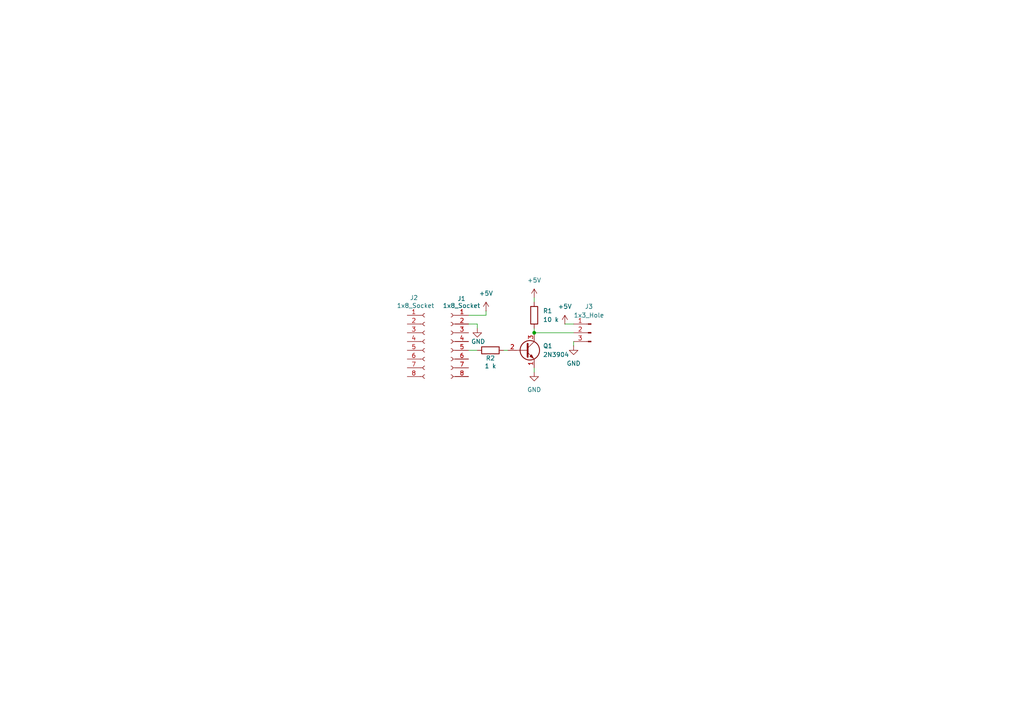
<source format=kicad_sch>
(kicad_sch (version 20250114) (generator "eeschema") (generator_version "9.0")
  (paper "A4")
  (lib_symbols
    (symbol "Connector:Conn_01x03_Pin" (pin_names (offset 1.016) (hide yes))
      (property "Reference" "J" (at 0 5.08 0))
      (property "Value" "Conn_01x03_Pin" (at 0 -5.08 0))
      (symbol "Conn_01x03_Pin_1_1"
        (rectangle (start 0.8636 2.667) (end 0 2.413) (stroke (width 0.1524)) (fill (type outline)))
        (rectangle (start 0.8636 0.127) (end 0 -0.127) (stroke (width 0.1524)) (fill (type outline)))
        (rectangle (start 0.8636 -2.413) (end 0 -2.667) (stroke (width 0.1524)) (fill (type outline)))
        (polyline (pts (xy 1.27 2.54) (xy 0.8636 2.54)) (stroke (width 0.1524)))
        (polyline (pts (xy 1.27 0) (xy 0.8636 0)) (stroke (width 0.1524)))
        (polyline (pts (xy 1.27 -2.54) (xy 0.8636 -2.54)) (stroke (width 0.1524)))
        (pin passive line (at 5.08 2.54 180) (length 3.81) (name "Pin_1") (number "1"))
        (pin passive line (at 5.08 0 180) (length 3.81) (name "Pin_2") (number "2"))
        (pin passive line (at 5.08 -2.54 180) (length 3.81) (name "Pin_3") (number "3"))
      )
    )
    (symbol "Connector:Conn_01x08_Socket" (pin_names (offset 1.016) (hide yes))
      (property "Reference" "J" (at 0 10.16 0))
      (property "Value" "Conn_01x08_Socket" (at 0 -12.7 0))
      (symbol "Conn_01x08_Socket_1_1"
        (polyline (pts (xy -1.27 7.62) (xy -0.508 7.62)) (stroke (width 0.1524)))
        (polyline (pts (xy -1.27 5.08) (xy -0.508 5.08)) (stroke (width 0.1524)))
        (polyline (pts (xy -1.27 2.54) (xy -0.508 2.54)) (stroke (width 0.1524)))
        (polyline (pts (xy -1.27 0) (xy -0.508 0)) (stroke (width 0.1524)))
        (polyline (pts (xy -1.27 -2.54) (xy -0.508 -2.54)) (stroke (width 0.1524)))
        (polyline (pts (xy -1.27 -5.08) (xy -0.508 -5.08)) (stroke (width 0.1524)))
        (polyline (pts (xy -1.27 -7.62) (xy -0.508 -7.62)) (stroke (width 0.1524)))
        (polyline (pts (xy -1.27 -10.16) (xy -0.508 -10.16)) (stroke (width 0.1524)))
        (arc (start 0 7.112) (mid -0.5058 7.62) (end 0 8.128) (stroke (width 0.1524)))
        (arc (start 0 4.572) (mid -0.5058 5.08) (end 0 5.588) (stroke (width 0.1524)))
        (arc (start 0 2.032) (mid -0.5058 2.54) (end 0 3.048) (stroke (width 0.1524)))
        (arc (start 0 -0.508) (mid -0.5058 0) (end 0 0.508) (stroke (width 0.1524)))
        (arc (start 0 -3.048) (mid -0.5058 -2.54) (end 0 -2.032) (stroke (width 0.1524)))
        (arc (start 0 -5.588) (mid -0.5058 -5.08) (end 0 -4.572) (stroke (width 0.1524)))
        (arc (start 0 -8.128) (mid -0.5058 -7.62) (end 0 -7.112) (stroke (width 0.1524)))
        (arc (start 0 -10.668) (mid -0.5058 -10.16) (end 0 -9.652) (stroke (width 0.1524)))
        (pin passive line (at -5.08 7.62 0) (length 3.81) (name "Pin_1") (number "1"))
        (pin passive line (at -5.08 5.08 0) (length 3.81) (name "Pin_2") (number "2"))
        (pin passive line (at -5.08 2.54 0) (length 3.81) (name "Pin_3") (number "3"))
        (pin passive line (at -5.08 0 0) (length 3.81) (name "Pin_4") (number "4"))
        (pin passive line (at -5.08 -2.54 0) (length 3.81) (name "Pin_5") (number "5"))
        (pin passive line (at -5.08 -5.08 0) (length 3.81) (name "Pin_6") (number "6"))
        (pin passive line (at -5.08 -7.62 0) (length 3.81) (name "Pin_7") (number "7"))
        (pin passive line (at -5.08 -10.16 0) (length 3.81) (name "Pin_8") (number "8"))
      )
    )
    (symbol "Device:R" (pin_numbers (hide yes)) (pin_names (offset 0))
      (property "Reference" "R" (at 2.032 0 90))
      (property "Value" "R" (at 0 0 90))
      (symbol "R_0_1"
        (rectangle (start -1.016 -2.54) (end 1.016 2.54) (stroke (width 0.254)))
      )
      (symbol "R_1_1"
        (pin passive line (at 0 3.81 270) (length 1.27) (name "~") (number "1"))
        (pin passive line (at 0 -3.81 90) (length 1.27) (name "~") (number "2"))
      )
    )
    (symbol "Transistor_BJT:2N3904" (pin_names (offset 0) (hide yes))
      (property "Reference" "Q" (at 5.08 1.905 0))
      (property "Value" "2N3904" (at 5.08 0 0))
      (symbol "2N3904_0_1"
        (polyline (pts (xy -2.54 0) (xy 0.635 0)))
        (polyline (pts (xy 0.635 1.905) (xy 0.635 -1.905)) (stroke (width 0.508)))
        (circle (center 1.27 0) (radius 2.8194) (stroke (width 0.254)))
      )
      (symbol "2N3904_1_1"
        (polyline (pts (xy 0.635 0.635) (xy 2.54 2.54)))
        (polyline (pts (xy 0.635 -0.635) (xy 2.54 -2.54)))
        (polyline (pts (xy 1.27 -1.778) (xy 1.778 -1.27) (xy 2.286 -2.286) (xy 1.27 -1.778)) (fill (type outline)))
        (pin input line (at -5.08 0 0) (length 2.54) (name "B") (number "2"))
        (pin passive line (at 2.54 5.08 270) (length 2.54) (name "C") (number "3"))
        (pin passive line (at 2.54 -5.08 90) (length 2.54) (name "E") (number "1"))
      )
    )
    (symbol "power:+5V" (power) (pin_numbers (hide yes)) (pin_names (offset 0) (hide yes))
      (property "Value" "+5V" (at 0 3.556 0))
      (symbol "+5V_0_1"
        (polyline (pts (xy -0.762 1.27) (xy 0 2.54)))
        (polyline (pts (xy 0 2.54) (xy 0.762 1.27)))
        (polyline (pts (xy 0 0) (xy 0 2.54)))
      )
      (symbol "+5V_1_1"
        (pin power_in line (at 0 0 90) (length 0) (name "~") (number "1"))
      )
    )
    (symbol "power:GND" (power) (pin_numbers (hide yes)) (pin_names (offset 0) (hide yes))
      (property "Value" "GND" (at 0 -3.81 0))
      (symbol "GND_0_1"
        (polyline (pts (xy 0 0) (xy 0 -1.27) (xy 1.27 -1.27) (xy 0 -2.54) (xy -1.27 -1.27) (xy 0 -1.27)))
      )
      (symbol "GND_1_1"
        (pin power_in line (at 0 0 270) (length 0) (name "~") (number "1"))
      )
    )
  )
  (junction (at 154.94 96.52))
  (wire (pts (xy 135.89 93.98) (xy 138.43 93.98)))
  (wire (pts (xy 138.43 93.98) (xy 138.43 95.25)))
  (wire (pts (xy 154.94 96.52) (xy 166.37 96.52)))
  (wire (pts (xy 140.97 91.44) (xy 135.89 91.44)))
  (wire (pts (xy 146.05 101.6) (xy 147.32 101.6)))
  (wire (pts (xy 154.94 95.25) (xy 154.94 96.52)))
  (wire (pts (xy 135.89 101.6) (xy 138.43 101.6)))
  (wire (pts (xy 140.97 90.17) (xy 140.97 91.44)))
  (wire (pts (xy 166.37 99.06) (xy 166.37 100.33)))
  (wire (pts (xy 154.94 106.68) (xy 154.94 107.95)))
  (wire (pts (xy 154.94 86.36) (xy 154.94 87.63)))
  (wire (pts (xy 163.83 93.98) (xy 166.37 93.98)))
  (symbol (lib_id "Transistor_BJT:2N3904") (at 152.4 101.6 0) (unit 1)
    (property "Reference" "Q1" (at 157.48 100.3299 0) (effects (justify left)))
    (property "Value" "2N3904" (at 157.48 102.8699 0) (effects (justify left)))
    (property "Footprint" "Connector_PinHeader_2.54mm:PinHeader_1x03_P2.54mm_Vertical" (effects (hide yes)))
    (property "Datasheet" "https://www.onsemi.com/pub/Collateral/2N3903-D.PDF" (effects (hide yes)))
    (property "Description" "0.2A Ic, 40V Vce, Small Signal NPN Transistor, TO-92" (effects (hide yes)))
  )
  (symbol (lib_id "Connector:Conn_01x08_Socket") (at 130.81 99.06 0) (mirror y) (unit 1)
    (property "Reference" "J1" (at 133.858 86.614 0))
    (property "Value" "1x8_Socket" (at 133.858 88.646 0))
    (property "Footprint" "Connector_PinSocket_2.54mm:PinSocket_1x08_P2.54mm_Vertical" (effects (hide yes)))
    (property "Description" "Generic connector, single row, 01x08, script generated" (effects (hide yes)))
  )
  (symbol (lib_id "power:GND") (at 166.37 100.33 0) (unit 1)
    (property "Reference" "#PWR05" (effects (hide yes)))
    (property "Value" "GND" (at 166.37 105.41 0))
    (property "Description" "Power symbol creates a global label with name \"GND\" , ground" (effects (hide yes)))
  )
  (symbol (lib_id "power:+5V") (at 154.94 86.36 0) (unit 1)
    (property "Reference" "#PWR02" (effects (hide yes)))
    (property "Value" "+5V" (at 154.94 81.28 0))
    (property "Description" "Power symbol creates a global label with name \"+5V\"" (effects (hide yes)))
  )
  (symbol (lib_id "power:GND") (at 154.94 107.95 0) (unit 1)
    (property "Reference" "#PWR01" (effects (hide yes)))
    (property "Value" "GND" (at 154.94 113.03 0))
    (property "Description" "Power symbol creates a global label with name \"GND\" , ground" (effects (hide yes)))
  )
  (symbol (lib_id "power:+5V") (at 140.97 90.17 0) (unit 1)
    (property "Reference" "#PWR03" (effects (hide yes)))
    (property "Value" "+5V" (at 140.97 85.09 0))
    (property "Description" "Power symbol creates a global label with name \"+5V\"" (effects (hide yes)))
  )
  (symbol (lib_id "power:GND") (at 138.43 95.25 0) (unit 1)
    (property "Reference" "#PWR04" (effects (hide yes)))
    (property "Value" "GND" (at 138.684 99.06 0))
    (property "Description" "Power symbol creates a global label with name \"GND\" , ground" (effects (hide yes)))
  )
  (symbol (lib_id "power:+5V") (at 163.83 93.98 0) (unit 1)
    (property "Reference" "#PWR06" (effects (hide yes)))
    (property "Value" "+5V" (at 163.83 88.9 0))
    (property "Description" "Power symbol creates a global label with name \"+5V\"" (effects (hide yes)))
  )
  (symbol (lib_id "Connector:Conn_01x03_Pin") (at 171.45 96.52 0) (mirror y) (unit 1)
    (property "Reference" "J3" (at 170.815 88.9 0))
    (property "Value" "1x3_Hole" (at 170.815 91.44 0))
    (property "Footprint" "Package_TO_SOT_THT:TO-3P-3_Vertical" (effects (hide yes)))
    (property "Description" "Generic connector, single row, 01x03, script generated" (effects (hide yes)))
  )
  (symbol (lib_id "Device:R") (at 154.94 91.44 0) (unit 1)
    (property "Reference" "R1" (at 157.48 90.1699 0) (effects (justify left)))
    (property "Value" "10 k" (at 157.48 92.7099 0) (effects (justify left)))
    (property "Footprint" "Resistor_THT:R_Axial_DIN0207_L6.3mm_D2.5mm_P10.16mm_Horizontal" (effects (hide yes)))
    (property "Description" "Resistor" (effects (hide yes)))
  )
  (symbol (lib_id "Connector:Conn_01x08_Socket") (at 123.19 99.06 0) (unit 1)
    (property "Reference" "J2" (at 118.872 86.36 0) (effects (justify left)))
    (property "Value" "1x8_Socket" (at 115.062 88.646 0) (effects (justify left)))
    (property "Footprint" "Connector_PinSocket_2.54mm:PinSocket_1x08_P2.54mm_Vertical" (effects (hide yes)))
    (property "Description" "Generic connector, single row, 01x08, script generated" (effects (hide yes)))
  )
  (symbol (lib_id "Device:R") (at 142.24 101.6 270) (unit 1)
    (property "Reference" "R2" (at 142.24 103.886 90))
    (property "Value" "1 k" (at 142.24 106.172 90))
    (property "Footprint" "Resistor_THT:R_Axial_DIN0207_L6.3mm_D2.5mm_P10.16mm_Horizontal" (effects (hide yes)))
    (property "Description" "Resistor" (effects (hide yes)))
  )
)
</source>
